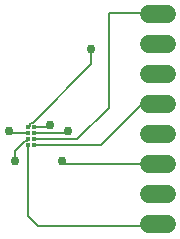
<source format=gbr>
G04 EAGLE Gerber X2 export*
%TF.Part,Single*%
%TF.FileFunction,Copper,L1,Top,Mixed*%
%TF.FilePolarity,Positive*%
%TF.GenerationSoftware,Autodesk,EAGLE,8.7.1*%
%TF.CreationDate,2018-04-13T05:08:31Z*%
G75*
%MOMM*%
%FSLAX34Y34*%
%LPD*%
%AMOC8*
5,1,8,0,0,1.08239X$1,22.5*%
G01*
%ADD10C,1.524000*%
%ADD11R,0.350000X0.350000*%
%ADD12C,0.152400*%
%ADD13C,0.756400*%


D10*
X174020Y36200D02*
X158780Y36200D01*
X158780Y61600D02*
X174020Y61600D01*
X174020Y87000D02*
X158780Y87000D01*
X158780Y112400D02*
X174020Y112400D01*
X174020Y137800D02*
X158780Y137800D01*
X158780Y163200D02*
X174020Y163200D01*
X174020Y188600D02*
X158780Y188600D01*
X158780Y214000D02*
X174020Y214000D01*
D11*
X56489Y103186D03*
X56489Y108186D03*
X56489Y113186D03*
X56489Y118186D03*
X61489Y103186D03*
X61489Y108186D03*
X61489Y113186D03*
X61489Y118186D03*
D12*
X56489Y103186D02*
X56489Y43511D01*
X65000Y35000D01*
X165200Y35000D01*
X166400Y36200D01*
D13*
X45000Y90000D03*
D12*
X55271Y106968D02*
X56489Y108186D01*
X55271Y106968D02*
X53897Y106968D01*
X45000Y98071D01*
X45000Y90000D01*
D13*
X85000Y90000D03*
D12*
X88000Y87000D01*
X166400Y87000D01*
D13*
X40000Y115000D03*
D12*
X41814Y113186D01*
X56489Y113186D01*
X110000Y171697D02*
X110000Y185000D01*
D13*
X110000Y185000D03*
D12*
X57707Y119404D02*
X56489Y118186D01*
X57707Y119404D02*
X57707Y120778D01*
X58897Y121968D01*
X60271Y121968D01*
X110000Y171697D01*
X73186Y118186D02*
X61489Y118186D01*
X73186Y118186D02*
X75000Y120000D01*
D13*
X75000Y120000D03*
D12*
X88186Y113186D02*
X61489Y113186D01*
X88186Y113186D02*
X90000Y115000D01*
D13*
X90000Y115000D03*
D12*
X98186Y108186D02*
X61489Y108186D01*
X125000Y135000D02*
X125000Y215000D01*
X165400Y215000D01*
X166400Y214000D01*
X125000Y135000D02*
X98186Y108186D01*
X118186Y103186D02*
X61489Y103186D01*
X152800Y137800D02*
X166400Y137800D01*
X152800Y137800D02*
X118186Y103186D01*
M02*

</source>
